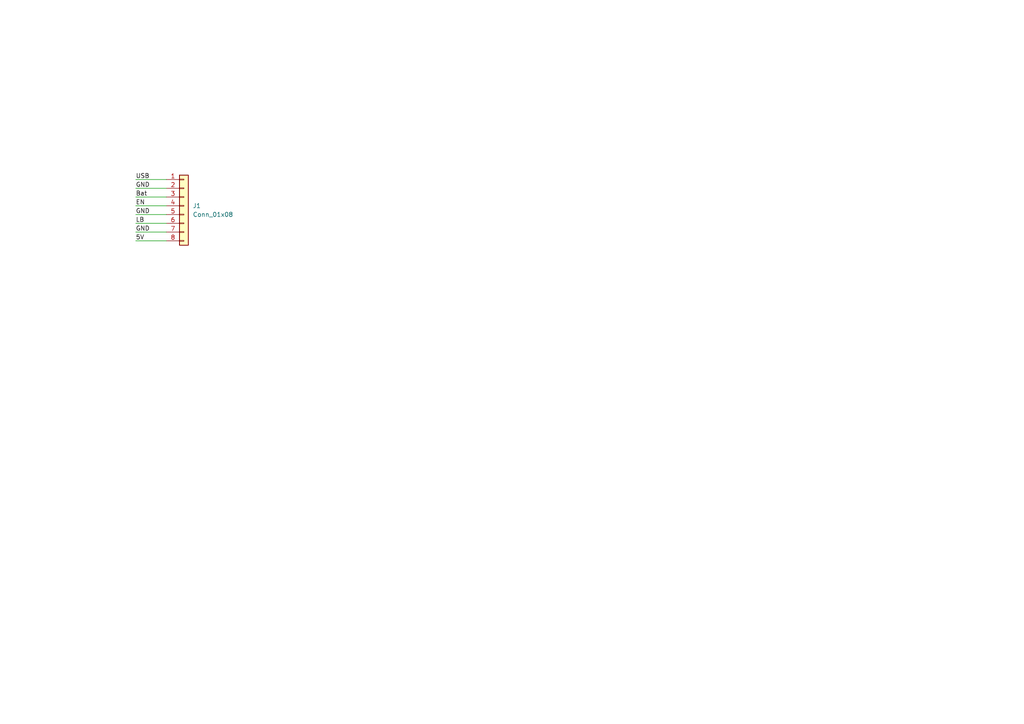
<source format=kicad_sch>
(kicad_sch (version 20231120) (generator "eeschema") (generator_version "8.0")
  (paper "A4")
  (lib_symbols
    (symbol "Connector_Generic:Conn_01x08" (pin_names (offset 1.016) hide)
      (property "Reference" "J" (at 0 10.16 0))
      (property "Value" "Conn_01x08" (at 0 -12.7 0))
      (symbol "Conn_01x08_1_1"
        (rectangle (start -1.27 -10.033) (end 0 -10.287) (stroke (width 0.1524)))
        (rectangle (start -1.27 -7.493) (end 0 -7.747) (stroke (width 0.1524)))
        (rectangle (start -1.27 -4.953) (end 0 -5.207) (stroke (width 0.1524)))
        (rectangle (start -1.27 -2.413) (end 0 -2.667) (stroke (width 0.1524)))
        (rectangle (start -1.27 0.127) (end 0 -0.127) (stroke (width 0.1524)))
        (rectangle (start -1.27 2.667) (end 0 2.413) (stroke (width 0.1524)))
        (rectangle (start -1.27 5.207) (end 0 4.953) (stroke (width 0.1524)))
        (rectangle (start -1.27 7.747) (end 0 7.493) (stroke (width 0.1524)))
        (rectangle (start -1.27 8.89) (end 1.27 -11.43) (stroke (width 0.254)) (fill (type background)))
        (pin passive line (at -5.08 7.62 0) (length 3.81) (name "Pin_1") (number "1"))
        (pin passive line (at -5.08 5.08 0) (length 3.81) (name "Pin_2") (number "2"))
        (pin passive line (at -5.08 2.54 0) (length 3.81) (name "Pin_3") (number "3"))
        (pin passive line (at -5.08 0 0) (length 3.81) (name "Pin_4") (number "4"))
        (pin passive line (at -5.08 -2.54 0) (length 3.81) (name "Pin_5") (number "5"))
        (pin passive line (at -5.08 -5.08 0) (length 3.81) (name "Pin_6") (number "6"))
        (pin passive line (at -5.08 -7.62 0) (length 3.81) (name "Pin_7") (number "7"))
        (pin passive line (at -5.08 -10.16 0) (length 3.81) (name "Pin_8") (number "8"))
      )
    )
  )
  (wire (pts (xy 39.37 52.07) (xy 48.26 52.07)))
  (wire (pts (xy 39.37 67.31) (xy 48.26 67.31)))
  (wire (pts (xy 39.37 57.15) (xy 48.26 57.15)))
  (wire (pts (xy 39.37 69.85) (xy 48.26 69.85)))
  (wire (pts (xy 39.37 54.61) (xy 48.26 54.61)))
  (wire (pts (xy 39.37 64.77) (xy 48.26 64.77)))
  (wire (pts (xy 39.37 62.23) (xy 48.26 62.23)))
  (wire (pts (xy 39.37 59.69) (xy 48.26 59.69)))
  (label "GND" (at 39.37 62.23 0))
  (label "5V" (at 39.37 69.85 0))
  (label "EN" (at 39.37 59.69 0))
  (label "GND" (at 39.37 54.61 0))
  (label "USB" (at 39.37 52.07 0))
  (label "LB" (at 39.37 64.77 0))
  (label "Bat" (at 39.37 57.15 0))
  (label "GND" (at 39.37 67.31 0))
  (symbol (lib_id "Connector_Generic:Conn_01x08") (at 53.34 59.69 0) (unit 1)
    (property "Reference" "J1" (at 55.88 59.6899 0) (effects (justify left)))
    (property "Value" "Conn_01x08" (at 55.88 62.2299 0) (effects (justify left)))
    (property "Footprint" "Connector_PinSocket_2.54mm:PinSocket_1x08_P2.54mm_Vertical" (effects (hide yes)))
    (property "Description" "Generic connector, single row, 01x08, script generated (kicad-library-utils/schlib/autogen/connector/)" (effects (hide yes)))
  )
)
</source>
